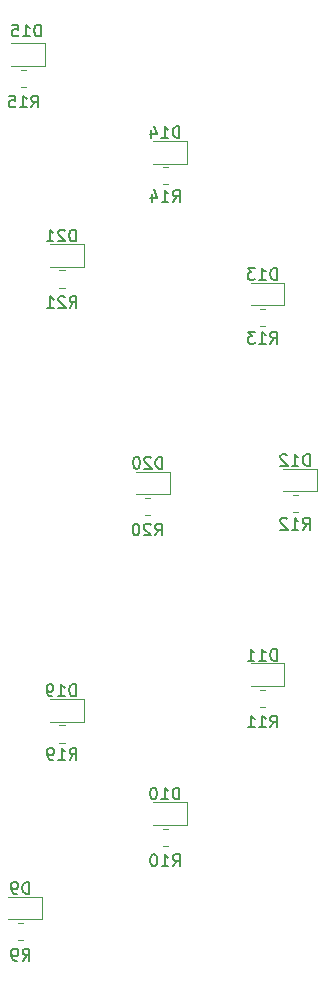
<source format=gbr>
G04 #@! TF.GenerationSoftware,KiCad,Pcbnew,5.1.10-88a1d61d58~88~ubuntu20.04.1*
G04 #@! TF.CreationDate,2021-06-07T13:22:34+01:00*
G04 #@! TF.ProjectId,wings,77696e67-732e-46b6-9963-61645f706362,rev?*
G04 #@! TF.SameCoordinates,Original*
G04 #@! TF.FileFunction,Legend,Bot*
G04 #@! TF.FilePolarity,Positive*
%FSLAX46Y46*%
G04 Gerber Fmt 4.6, Leading zero omitted, Abs format (unit mm)*
G04 Created by KiCad (PCBNEW 5.1.10-88a1d61d58~88~ubuntu20.04.1) date 2021-06-07 13:22:34*
%MOMM*%
%LPD*%
G01*
G04 APERTURE LIST*
%ADD10C,0.120000*%
%ADD11C,0.150000*%
G04 APERTURE END LIST*
D10*
G04 #@! TO.C,R19*
X167977064Y-112015000D02*
X167522936Y-112015000D01*
X167977064Y-113485000D02*
X167522936Y-113485000D01*
G04 #@! TO.C,R13*
X184977064Y-76765000D02*
X184522936Y-76765000D01*
X184977064Y-78235000D02*
X184522936Y-78235000D01*
G04 #@! TO.C,R12*
X187727064Y-92515000D02*
X187272936Y-92515000D01*
X187727064Y-93985000D02*
X187272936Y-93985000D01*
G04 #@! TO.C,R11*
X184977064Y-109015000D02*
X184522936Y-109015000D01*
X184977064Y-110485000D02*
X184522936Y-110485000D01*
G04 #@! TO.C,R10*
X176727064Y-120765000D02*
X176272936Y-120765000D01*
X176727064Y-122235000D02*
X176272936Y-122235000D01*
G04 #@! TO.C,R21*
X167977064Y-73515000D02*
X167522936Y-73515000D01*
X167977064Y-74985000D02*
X167522936Y-74985000D01*
G04 #@! TO.C,R15*
X164727064Y-56515000D02*
X164272936Y-56515000D01*
X164727064Y-57985000D02*
X164272936Y-57985000D01*
G04 #@! TO.C,R9*
X164477064Y-128765000D02*
X164022936Y-128765000D01*
X164477064Y-130235000D02*
X164022936Y-130235000D01*
G04 #@! TO.C,R20*
X175227064Y-92765000D02*
X174772936Y-92765000D01*
X175227064Y-94235000D02*
X174772936Y-94235000D01*
G04 #@! TO.C,R14*
X176727064Y-64765000D02*
X176272936Y-64765000D01*
X176727064Y-66235000D02*
X176272936Y-66235000D01*
G04 #@! TO.C,D19*
X166725000Y-109790000D02*
X169585000Y-109790000D01*
X169585000Y-109790000D02*
X169585000Y-111710000D01*
X169585000Y-111710000D02*
X166725000Y-111710000D01*
G04 #@! TO.C,D13*
X183725000Y-74540000D02*
X186585000Y-74540000D01*
X186585000Y-74540000D02*
X186585000Y-76460000D01*
X186585000Y-76460000D02*
X183725000Y-76460000D01*
G04 #@! TO.C,D12*
X186500000Y-90290000D02*
X189360000Y-90290000D01*
X189360000Y-90290000D02*
X189360000Y-92210000D01*
X189360000Y-92210000D02*
X186500000Y-92210000D01*
G04 #@! TO.C,D11*
X183725000Y-106790000D02*
X186585000Y-106790000D01*
X186585000Y-106790000D02*
X186585000Y-108710000D01*
X186585000Y-108710000D02*
X183725000Y-108710000D01*
G04 #@! TO.C,D10*
X175475000Y-118540000D02*
X178335000Y-118540000D01*
X178335000Y-118540000D02*
X178335000Y-120460000D01*
X178335000Y-120460000D02*
X175475000Y-120460000D01*
G04 #@! TO.C,D21*
X166725000Y-71290000D02*
X169585000Y-71290000D01*
X169585000Y-71290000D02*
X169585000Y-73210000D01*
X169585000Y-73210000D02*
X166725000Y-73210000D01*
G04 #@! TO.C,D15*
X163475000Y-54290000D02*
X166335000Y-54290000D01*
X166335000Y-54290000D02*
X166335000Y-56210000D01*
X166335000Y-56210000D02*
X163475000Y-56210000D01*
G04 #@! TO.C,D9*
X163225000Y-126540000D02*
X166085000Y-126540000D01*
X166085000Y-126540000D02*
X166085000Y-128460000D01*
X166085000Y-128460000D02*
X163225000Y-128460000D01*
G04 #@! TO.C,D20*
X174025000Y-90540000D02*
X176885000Y-90540000D01*
X176885000Y-90540000D02*
X176885000Y-92460000D01*
X176885000Y-92460000D02*
X174025000Y-92460000D01*
G04 #@! TO.C,D14*
X175475000Y-62540000D02*
X178335000Y-62540000D01*
X178335000Y-62540000D02*
X178335000Y-64460000D01*
X178335000Y-64460000D02*
X175475000Y-64460000D01*
G04 #@! TO.C,R19*
D11*
X168392857Y-114952380D02*
X168726190Y-114476190D01*
X168964285Y-114952380D02*
X168964285Y-113952380D01*
X168583333Y-113952380D01*
X168488095Y-114000000D01*
X168440476Y-114047619D01*
X168392857Y-114142857D01*
X168392857Y-114285714D01*
X168440476Y-114380952D01*
X168488095Y-114428571D01*
X168583333Y-114476190D01*
X168964285Y-114476190D01*
X167440476Y-114952380D02*
X168011904Y-114952380D01*
X167726190Y-114952380D02*
X167726190Y-113952380D01*
X167821428Y-114095238D01*
X167916666Y-114190476D01*
X168011904Y-114238095D01*
X166964285Y-114952380D02*
X166773809Y-114952380D01*
X166678571Y-114904761D01*
X166630952Y-114857142D01*
X166535714Y-114714285D01*
X166488095Y-114523809D01*
X166488095Y-114142857D01*
X166535714Y-114047619D01*
X166583333Y-114000000D01*
X166678571Y-113952380D01*
X166869047Y-113952380D01*
X166964285Y-114000000D01*
X167011904Y-114047619D01*
X167059523Y-114142857D01*
X167059523Y-114380952D01*
X167011904Y-114476190D01*
X166964285Y-114523809D01*
X166869047Y-114571428D01*
X166678571Y-114571428D01*
X166583333Y-114523809D01*
X166535714Y-114476190D01*
X166488095Y-114380952D01*
G04 #@! TO.C,R13*
X185392857Y-79702380D02*
X185726190Y-79226190D01*
X185964285Y-79702380D02*
X185964285Y-78702380D01*
X185583333Y-78702380D01*
X185488095Y-78750000D01*
X185440476Y-78797619D01*
X185392857Y-78892857D01*
X185392857Y-79035714D01*
X185440476Y-79130952D01*
X185488095Y-79178571D01*
X185583333Y-79226190D01*
X185964285Y-79226190D01*
X184440476Y-79702380D02*
X185011904Y-79702380D01*
X184726190Y-79702380D02*
X184726190Y-78702380D01*
X184821428Y-78845238D01*
X184916666Y-78940476D01*
X185011904Y-78988095D01*
X184107142Y-78702380D02*
X183488095Y-78702380D01*
X183821428Y-79083333D01*
X183678571Y-79083333D01*
X183583333Y-79130952D01*
X183535714Y-79178571D01*
X183488095Y-79273809D01*
X183488095Y-79511904D01*
X183535714Y-79607142D01*
X183583333Y-79654761D01*
X183678571Y-79702380D01*
X183964285Y-79702380D01*
X184059523Y-79654761D01*
X184107142Y-79607142D01*
G04 #@! TO.C,R12*
X188142857Y-95452380D02*
X188476190Y-94976190D01*
X188714285Y-95452380D02*
X188714285Y-94452380D01*
X188333333Y-94452380D01*
X188238095Y-94500000D01*
X188190476Y-94547619D01*
X188142857Y-94642857D01*
X188142857Y-94785714D01*
X188190476Y-94880952D01*
X188238095Y-94928571D01*
X188333333Y-94976190D01*
X188714285Y-94976190D01*
X187190476Y-95452380D02*
X187761904Y-95452380D01*
X187476190Y-95452380D02*
X187476190Y-94452380D01*
X187571428Y-94595238D01*
X187666666Y-94690476D01*
X187761904Y-94738095D01*
X186809523Y-94547619D02*
X186761904Y-94500000D01*
X186666666Y-94452380D01*
X186428571Y-94452380D01*
X186333333Y-94500000D01*
X186285714Y-94547619D01*
X186238095Y-94642857D01*
X186238095Y-94738095D01*
X186285714Y-94880952D01*
X186857142Y-95452380D01*
X186238095Y-95452380D01*
G04 #@! TO.C,R11*
X185392857Y-112202380D02*
X185726190Y-111726190D01*
X185964285Y-112202380D02*
X185964285Y-111202380D01*
X185583333Y-111202380D01*
X185488095Y-111250000D01*
X185440476Y-111297619D01*
X185392857Y-111392857D01*
X185392857Y-111535714D01*
X185440476Y-111630952D01*
X185488095Y-111678571D01*
X185583333Y-111726190D01*
X185964285Y-111726190D01*
X184440476Y-112202380D02*
X185011904Y-112202380D01*
X184726190Y-112202380D02*
X184726190Y-111202380D01*
X184821428Y-111345238D01*
X184916666Y-111440476D01*
X185011904Y-111488095D01*
X183488095Y-112202380D02*
X184059523Y-112202380D01*
X183773809Y-112202380D02*
X183773809Y-111202380D01*
X183869047Y-111345238D01*
X183964285Y-111440476D01*
X184059523Y-111488095D01*
G04 #@! TO.C,R10*
X177142857Y-123952380D02*
X177476190Y-123476190D01*
X177714285Y-123952380D02*
X177714285Y-122952380D01*
X177333333Y-122952380D01*
X177238095Y-123000000D01*
X177190476Y-123047619D01*
X177142857Y-123142857D01*
X177142857Y-123285714D01*
X177190476Y-123380952D01*
X177238095Y-123428571D01*
X177333333Y-123476190D01*
X177714285Y-123476190D01*
X176190476Y-123952380D02*
X176761904Y-123952380D01*
X176476190Y-123952380D02*
X176476190Y-122952380D01*
X176571428Y-123095238D01*
X176666666Y-123190476D01*
X176761904Y-123238095D01*
X175571428Y-122952380D02*
X175476190Y-122952380D01*
X175380952Y-123000000D01*
X175333333Y-123047619D01*
X175285714Y-123142857D01*
X175238095Y-123333333D01*
X175238095Y-123571428D01*
X175285714Y-123761904D01*
X175333333Y-123857142D01*
X175380952Y-123904761D01*
X175476190Y-123952380D01*
X175571428Y-123952380D01*
X175666666Y-123904761D01*
X175714285Y-123857142D01*
X175761904Y-123761904D01*
X175809523Y-123571428D01*
X175809523Y-123333333D01*
X175761904Y-123142857D01*
X175714285Y-123047619D01*
X175666666Y-123000000D01*
X175571428Y-122952380D01*
G04 #@! TO.C,R21*
X168392857Y-76702380D02*
X168726190Y-76226190D01*
X168964285Y-76702380D02*
X168964285Y-75702380D01*
X168583333Y-75702380D01*
X168488095Y-75750000D01*
X168440476Y-75797619D01*
X168392857Y-75892857D01*
X168392857Y-76035714D01*
X168440476Y-76130952D01*
X168488095Y-76178571D01*
X168583333Y-76226190D01*
X168964285Y-76226190D01*
X168011904Y-75797619D02*
X167964285Y-75750000D01*
X167869047Y-75702380D01*
X167630952Y-75702380D01*
X167535714Y-75750000D01*
X167488095Y-75797619D01*
X167440476Y-75892857D01*
X167440476Y-75988095D01*
X167488095Y-76130952D01*
X168059523Y-76702380D01*
X167440476Y-76702380D01*
X166488095Y-76702380D02*
X167059523Y-76702380D01*
X166773809Y-76702380D02*
X166773809Y-75702380D01*
X166869047Y-75845238D01*
X166964285Y-75940476D01*
X167059523Y-75988095D01*
G04 #@! TO.C,R15*
X165142857Y-59702380D02*
X165476190Y-59226190D01*
X165714285Y-59702380D02*
X165714285Y-58702380D01*
X165333333Y-58702380D01*
X165238095Y-58750000D01*
X165190476Y-58797619D01*
X165142857Y-58892857D01*
X165142857Y-59035714D01*
X165190476Y-59130952D01*
X165238095Y-59178571D01*
X165333333Y-59226190D01*
X165714285Y-59226190D01*
X164190476Y-59702380D02*
X164761904Y-59702380D01*
X164476190Y-59702380D02*
X164476190Y-58702380D01*
X164571428Y-58845238D01*
X164666666Y-58940476D01*
X164761904Y-58988095D01*
X163285714Y-58702380D02*
X163761904Y-58702380D01*
X163809523Y-59178571D01*
X163761904Y-59130952D01*
X163666666Y-59083333D01*
X163428571Y-59083333D01*
X163333333Y-59130952D01*
X163285714Y-59178571D01*
X163238095Y-59273809D01*
X163238095Y-59511904D01*
X163285714Y-59607142D01*
X163333333Y-59654761D01*
X163428571Y-59702380D01*
X163666666Y-59702380D01*
X163761904Y-59654761D01*
X163809523Y-59607142D01*
G04 #@! TO.C,R9*
X164416666Y-131952380D02*
X164750000Y-131476190D01*
X164988095Y-131952380D02*
X164988095Y-130952380D01*
X164607142Y-130952380D01*
X164511904Y-131000000D01*
X164464285Y-131047619D01*
X164416666Y-131142857D01*
X164416666Y-131285714D01*
X164464285Y-131380952D01*
X164511904Y-131428571D01*
X164607142Y-131476190D01*
X164988095Y-131476190D01*
X163940476Y-131952380D02*
X163750000Y-131952380D01*
X163654761Y-131904761D01*
X163607142Y-131857142D01*
X163511904Y-131714285D01*
X163464285Y-131523809D01*
X163464285Y-131142857D01*
X163511904Y-131047619D01*
X163559523Y-131000000D01*
X163654761Y-130952380D01*
X163845238Y-130952380D01*
X163940476Y-131000000D01*
X163988095Y-131047619D01*
X164035714Y-131142857D01*
X164035714Y-131380952D01*
X163988095Y-131476190D01*
X163940476Y-131523809D01*
X163845238Y-131571428D01*
X163654761Y-131571428D01*
X163559523Y-131523809D01*
X163511904Y-131476190D01*
X163464285Y-131380952D01*
G04 #@! TO.C,R20*
X175642857Y-95952380D02*
X175976190Y-95476190D01*
X176214285Y-95952380D02*
X176214285Y-94952380D01*
X175833333Y-94952380D01*
X175738095Y-95000000D01*
X175690476Y-95047619D01*
X175642857Y-95142857D01*
X175642857Y-95285714D01*
X175690476Y-95380952D01*
X175738095Y-95428571D01*
X175833333Y-95476190D01*
X176214285Y-95476190D01*
X175261904Y-95047619D02*
X175214285Y-95000000D01*
X175119047Y-94952380D01*
X174880952Y-94952380D01*
X174785714Y-95000000D01*
X174738095Y-95047619D01*
X174690476Y-95142857D01*
X174690476Y-95238095D01*
X174738095Y-95380952D01*
X175309523Y-95952380D01*
X174690476Y-95952380D01*
X174071428Y-94952380D02*
X173976190Y-94952380D01*
X173880952Y-95000000D01*
X173833333Y-95047619D01*
X173785714Y-95142857D01*
X173738095Y-95333333D01*
X173738095Y-95571428D01*
X173785714Y-95761904D01*
X173833333Y-95857142D01*
X173880952Y-95904761D01*
X173976190Y-95952380D01*
X174071428Y-95952380D01*
X174166666Y-95904761D01*
X174214285Y-95857142D01*
X174261904Y-95761904D01*
X174309523Y-95571428D01*
X174309523Y-95333333D01*
X174261904Y-95142857D01*
X174214285Y-95047619D01*
X174166666Y-95000000D01*
X174071428Y-94952380D01*
G04 #@! TO.C,R14*
X177142857Y-67702380D02*
X177476190Y-67226190D01*
X177714285Y-67702380D02*
X177714285Y-66702380D01*
X177333333Y-66702380D01*
X177238095Y-66750000D01*
X177190476Y-66797619D01*
X177142857Y-66892857D01*
X177142857Y-67035714D01*
X177190476Y-67130952D01*
X177238095Y-67178571D01*
X177333333Y-67226190D01*
X177714285Y-67226190D01*
X176190476Y-67702380D02*
X176761904Y-67702380D01*
X176476190Y-67702380D02*
X176476190Y-66702380D01*
X176571428Y-66845238D01*
X176666666Y-66940476D01*
X176761904Y-66988095D01*
X175333333Y-67035714D02*
X175333333Y-67702380D01*
X175571428Y-66654761D02*
X175809523Y-67369047D01*
X175190476Y-67369047D01*
G04 #@! TO.C,D19*
X168939285Y-109552380D02*
X168939285Y-108552380D01*
X168701190Y-108552380D01*
X168558333Y-108600000D01*
X168463095Y-108695238D01*
X168415476Y-108790476D01*
X168367857Y-108980952D01*
X168367857Y-109123809D01*
X168415476Y-109314285D01*
X168463095Y-109409523D01*
X168558333Y-109504761D01*
X168701190Y-109552380D01*
X168939285Y-109552380D01*
X167415476Y-109552380D02*
X167986904Y-109552380D01*
X167701190Y-109552380D02*
X167701190Y-108552380D01*
X167796428Y-108695238D01*
X167891666Y-108790476D01*
X167986904Y-108838095D01*
X166939285Y-109552380D02*
X166748809Y-109552380D01*
X166653571Y-109504761D01*
X166605952Y-109457142D01*
X166510714Y-109314285D01*
X166463095Y-109123809D01*
X166463095Y-108742857D01*
X166510714Y-108647619D01*
X166558333Y-108600000D01*
X166653571Y-108552380D01*
X166844047Y-108552380D01*
X166939285Y-108600000D01*
X166986904Y-108647619D01*
X167034523Y-108742857D01*
X167034523Y-108980952D01*
X166986904Y-109076190D01*
X166939285Y-109123809D01*
X166844047Y-109171428D01*
X166653571Y-109171428D01*
X166558333Y-109123809D01*
X166510714Y-109076190D01*
X166463095Y-108980952D01*
G04 #@! TO.C,D13*
X185939285Y-74302380D02*
X185939285Y-73302380D01*
X185701190Y-73302380D01*
X185558333Y-73350000D01*
X185463095Y-73445238D01*
X185415476Y-73540476D01*
X185367857Y-73730952D01*
X185367857Y-73873809D01*
X185415476Y-74064285D01*
X185463095Y-74159523D01*
X185558333Y-74254761D01*
X185701190Y-74302380D01*
X185939285Y-74302380D01*
X184415476Y-74302380D02*
X184986904Y-74302380D01*
X184701190Y-74302380D02*
X184701190Y-73302380D01*
X184796428Y-73445238D01*
X184891666Y-73540476D01*
X184986904Y-73588095D01*
X184082142Y-73302380D02*
X183463095Y-73302380D01*
X183796428Y-73683333D01*
X183653571Y-73683333D01*
X183558333Y-73730952D01*
X183510714Y-73778571D01*
X183463095Y-73873809D01*
X183463095Y-74111904D01*
X183510714Y-74207142D01*
X183558333Y-74254761D01*
X183653571Y-74302380D01*
X183939285Y-74302380D01*
X184034523Y-74254761D01*
X184082142Y-74207142D01*
G04 #@! TO.C,D12*
X188714285Y-90052380D02*
X188714285Y-89052380D01*
X188476190Y-89052380D01*
X188333333Y-89100000D01*
X188238095Y-89195238D01*
X188190476Y-89290476D01*
X188142857Y-89480952D01*
X188142857Y-89623809D01*
X188190476Y-89814285D01*
X188238095Y-89909523D01*
X188333333Y-90004761D01*
X188476190Y-90052380D01*
X188714285Y-90052380D01*
X187190476Y-90052380D02*
X187761904Y-90052380D01*
X187476190Y-90052380D02*
X187476190Y-89052380D01*
X187571428Y-89195238D01*
X187666666Y-89290476D01*
X187761904Y-89338095D01*
X186809523Y-89147619D02*
X186761904Y-89100000D01*
X186666666Y-89052380D01*
X186428571Y-89052380D01*
X186333333Y-89100000D01*
X186285714Y-89147619D01*
X186238095Y-89242857D01*
X186238095Y-89338095D01*
X186285714Y-89480952D01*
X186857142Y-90052380D01*
X186238095Y-90052380D01*
G04 #@! TO.C,D11*
X185939285Y-106552380D02*
X185939285Y-105552380D01*
X185701190Y-105552380D01*
X185558333Y-105600000D01*
X185463095Y-105695238D01*
X185415476Y-105790476D01*
X185367857Y-105980952D01*
X185367857Y-106123809D01*
X185415476Y-106314285D01*
X185463095Y-106409523D01*
X185558333Y-106504761D01*
X185701190Y-106552380D01*
X185939285Y-106552380D01*
X184415476Y-106552380D02*
X184986904Y-106552380D01*
X184701190Y-106552380D02*
X184701190Y-105552380D01*
X184796428Y-105695238D01*
X184891666Y-105790476D01*
X184986904Y-105838095D01*
X183463095Y-106552380D02*
X184034523Y-106552380D01*
X183748809Y-106552380D02*
X183748809Y-105552380D01*
X183844047Y-105695238D01*
X183939285Y-105790476D01*
X184034523Y-105838095D01*
G04 #@! TO.C,D10*
X177689285Y-118302380D02*
X177689285Y-117302380D01*
X177451190Y-117302380D01*
X177308333Y-117350000D01*
X177213095Y-117445238D01*
X177165476Y-117540476D01*
X177117857Y-117730952D01*
X177117857Y-117873809D01*
X177165476Y-118064285D01*
X177213095Y-118159523D01*
X177308333Y-118254761D01*
X177451190Y-118302380D01*
X177689285Y-118302380D01*
X176165476Y-118302380D02*
X176736904Y-118302380D01*
X176451190Y-118302380D02*
X176451190Y-117302380D01*
X176546428Y-117445238D01*
X176641666Y-117540476D01*
X176736904Y-117588095D01*
X175546428Y-117302380D02*
X175451190Y-117302380D01*
X175355952Y-117350000D01*
X175308333Y-117397619D01*
X175260714Y-117492857D01*
X175213095Y-117683333D01*
X175213095Y-117921428D01*
X175260714Y-118111904D01*
X175308333Y-118207142D01*
X175355952Y-118254761D01*
X175451190Y-118302380D01*
X175546428Y-118302380D01*
X175641666Y-118254761D01*
X175689285Y-118207142D01*
X175736904Y-118111904D01*
X175784523Y-117921428D01*
X175784523Y-117683333D01*
X175736904Y-117492857D01*
X175689285Y-117397619D01*
X175641666Y-117350000D01*
X175546428Y-117302380D01*
G04 #@! TO.C,D21*
X168939285Y-71052380D02*
X168939285Y-70052380D01*
X168701190Y-70052380D01*
X168558333Y-70100000D01*
X168463095Y-70195238D01*
X168415476Y-70290476D01*
X168367857Y-70480952D01*
X168367857Y-70623809D01*
X168415476Y-70814285D01*
X168463095Y-70909523D01*
X168558333Y-71004761D01*
X168701190Y-71052380D01*
X168939285Y-71052380D01*
X167986904Y-70147619D02*
X167939285Y-70100000D01*
X167844047Y-70052380D01*
X167605952Y-70052380D01*
X167510714Y-70100000D01*
X167463095Y-70147619D01*
X167415476Y-70242857D01*
X167415476Y-70338095D01*
X167463095Y-70480952D01*
X168034523Y-71052380D01*
X167415476Y-71052380D01*
X166463095Y-71052380D02*
X167034523Y-71052380D01*
X166748809Y-71052380D02*
X166748809Y-70052380D01*
X166844047Y-70195238D01*
X166939285Y-70290476D01*
X167034523Y-70338095D01*
G04 #@! TO.C,D15*
X165964285Y-53702380D02*
X165964285Y-52702380D01*
X165726190Y-52702380D01*
X165583333Y-52750000D01*
X165488095Y-52845238D01*
X165440476Y-52940476D01*
X165392857Y-53130952D01*
X165392857Y-53273809D01*
X165440476Y-53464285D01*
X165488095Y-53559523D01*
X165583333Y-53654761D01*
X165726190Y-53702380D01*
X165964285Y-53702380D01*
X164440476Y-53702380D02*
X165011904Y-53702380D01*
X164726190Y-53702380D02*
X164726190Y-52702380D01*
X164821428Y-52845238D01*
X164916666Y-52940476D01*
X165011904Y-52988095D01*
X163535714Y-52702380D02*
X164011904Y-52702380D01*
X164059523Y-53178571D01*
X164011904Y-53130952D01*
X163916666Y-53083333D01*
X163678571Y-53083333D01*
X163583333Y-53130952D01*
X163535714Y-53178571D01*
X163488095Y-53273809D01*
X163488095Y-53511904D01*
X163535714Y-53607142D01*
X163583333Y-53654761D01*
X163678571Y-53702380D01*
X163916666Y-53702380D01*
X164011904Y-53654761D01*
X164059523Y-53607142D01*
G04 #@! TO.C,D9*
X164963095Y-126302380D02*
X164963095Y-125302380D01*
X164725000Y-125302380D01*
X164582142Y-125350000D01*
X164486904Y-125445238D01*
X164439285Y-125540476D01*
X164391666Y-125730952D01*
X164391666Y-125873809D01*
X164439285Y-126064285D01*
X164486904Y-126159523D01*
X164582142Y-126254761D01*
X164725000Y-126302380D01*
X164963095Y-126302380D01*
X163915476Y-126302380D02*
X163725000Y-126302380D01*
X163629761Y-126254761D01*
X163582142Y-126207142D01*
X163486904Y-126064285D01*
X163439285Y-125873809D01*
X163439285Y-125492857D01*
X163486904Y-125397619D01*
X163534523Y-125350000D01*
X163629761Y-125302380D01*
X163820238Y-125302380D01*
X163915476Y-125350000D01*
X163963095Y-125397619D01*
X164010714Y-125492857D01*
X164010714Y-125730952D01*
X163963095Y-125826190D01*
X163915476Y-125873809D01*
X163820238Y-125921428D01*
X163629761Y-125921428D01*
X163534523Y-125873809D01*
X163486904Y-125826190D01*
X163439285Y-125730952D01*
G04 #@! TO.C,D20*
X176239285Y-90302380D02*
X176239285Y-89302380D01*
X176001190Y-89302380D01*
X175858333Y-89350000D01*
X175763095Y-89445238D01*
X175715476Y-89540476D01*
X175667857Y-89730952D01*
X175667857Y-89873809D01*
X175715476Y-90064285D01*
X175763095Y-90159523D01*
X175858333Y-90254761D01*
X176001190Y-90302380D01*
X176239285Y-90302380D01*
X175286904Y-89397619D02*
X175239285Y-89350000D01*
X175144047Y-89302380D01*
X174905952Y-89302380D01*
X174810714Y-89350000D01*
X174763095Y-89397619D01*
X174715476Y-89492857D01*
X174715476Y-89588095D01*
X174763095Y-89730952D01*
X175334523Y-90302380D01*
X174715476Y-90302380D01*
X174096428Y-89302380D02*
X174001190Y-89302380D01*
X173905952Y-89350000D01*
X173858333Y-89397619D01*
X173810714Y-89492857D01*
X173763095Y-89683333D01*
X173763095Y-89921428D01*
X173810714Y-90111904D01*
X173858333Y-90207142D01*
X173905952Y-90254761D01*
X174001190Y-90302380D01*
X174096428Y-90302380D01*
X174191666Y-90254761D01*
X174239285Y-90207142D01*
X174286904Y-90111904D01*
X174334523Y-89921428D01*
X174334523Y-89683333D01*
X174286904Y-89492857D01*
X174239285Y-89397619D01*
X174191666Y-89350000D01*
X174096428Y-89302380D01*
G04 #@! TO.C,D14*
X177689285Y-62302380D02*
X177689285Y-61302380D01*
X177451190Y-61302380D01*
X177308333Y-61350000D01*
X177213095Y-61445238D01*
X177165476Y-61540476D01*
X177117857Y-61730952D01*
X177117857Y-61873809D01*
X177165476Y-62064285D01*
X177213095Y-62159523D01*
X177308333Y-62254761D01*
X177451190Y-62302380D01*
X177689285Y-62302380D01*
X176165476Y-62302380D02*
X176736904Y-62302380D01*
X176451190Y-62302380D02*
X176451190Y-61302380D01*
X176546428Y-61445238D01*
X176641666Y-61540476D01*
X176736904Y-61588095D01*
X175308333Y-61635714D02*
X175308333Y-62302380D01*
X175546428Y-61254761D02*
X175784523Y-61969047D01*
X175165476Y-61969047D01*
G04 #@! TD*
M02*

</source>
